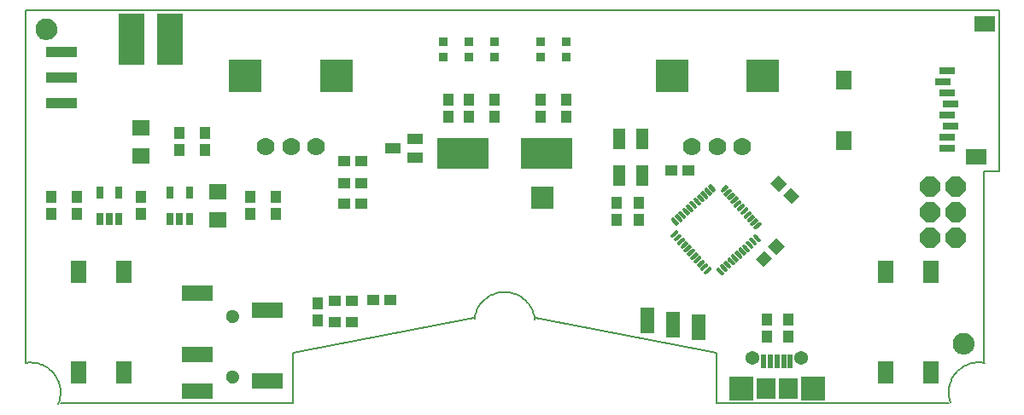
<source format=gts>
G75*
%MOIN*%
%OFA0B0*%
%FSLAX24Y24*%
%IPPOS*%
%LPD*%
%AMOC8*
5,1,8,0,0,1.08239X$1,22.5*
%
%ADD10C,0.0080*%
%ADD11C,0.0079*%
%ADD12R,0.0900X0.0900*%
%ADD13OC8,0.0780*%
%ADD14R,0.0434X0.0473*%
%ADD15R,0.0355X0.0355*%
%ADD16R,0.0257X0.0512*%
%ADD17R,0.0473X0.0434*%
%ADD18C,0.0134*%
%ADD19R,0.0473X0.0788*%
%ADD20R,0.0670X0.0591*%
%ADD21R,0.0591X0.0867*%
%ADD22C,0.0700*%
%ADD23R,0.1300X0.1300*%
%ADD24R,0.2009X0.1221*%
%ADD25R,0.0540X0.1040*%
%ADD26R,0.0788X0.0591*%
%ADD27R,0.0591X0.0749*%
%ADD28R,0.0631X0.0316*%
%ADD29R,0.0591X0.0434*%
%ADD30R,0.1221X0.0434*%
%ADD31R,0.0197X0.0571*%
%ADD32R,0.0749X0.0788*%
%ADD33C,0.0542*%
%ADD34R,0.0926X0.0926*%
%ADD35R,0.1040X0.2040*%
%ADD36R,0.1221X0.0631*%
%ADD37C,0.0000*%
%ADD38C,0.0512*%
%ADD39C,0.0050*%
D10*
X001687Y016424D02*
X039679Y016424D01*
D11*
X002967Y001023D02*
X002990Y001086D01*
X003010Y001151D01*
X003026Y001217D01*
X003039Y001283D01*
X003047Y001350D01*
X003052Y001417D01*
X003053Y001485D01*
X003050Y001552D01*
X003043Y001620D01*
X003032Y001686D01*
X003018Y001752D01*
X003000Y001818D01*
X002978Y001881D01*
X002952Y001944D01*
X002923Y002005D01*
X002891Y002064D01*
X002855Y002122D01*
X002816Y002177D01*
X002774Y002230D01*
X002728Y002280D01*
X002681Y002328D01*
X002630Y002373D01*
X002577Y002414D01*
X002522Y002453D01*
X002464Y002489D01*
X002405Y002521D01*
X002344Y002550D01*
X002281Y002575D01*
X002217Y002597D01*
X002152Y002615D01*
X002086Y002629D01*
X002019Y002640D01*
X001952Y002646D01*
X001884Y002649D01*
X001817Y002648D01*
X001749Y002643D01*
X001682Y002634D01*
X001687Y002645D02*
X001687Y016424D01*
X012120Y003038D02*
X019203Y004382D01*
X019211Y004376D02*
X019221Y004443D01*
X019236Y004509D01*
X019254Y004575D01*
X019276Y004639D01*
X019302Y004701D01*
X019331Y004763D01*
X019363Y004822D01*
X019399Y004879D01*
X019438Y004935D01*
X019481Y004988D01*
X019526Y005038D01*
X019574Y005086D01*
X019624Y005131D01*
X019678Y005173D01*
X019733Y005212D01*
X019791Y005247D01*
X019850Y005280D01*
X019911Y005309D01*
X019974Y005334D01*
X020038Y005355D01*
X020104Y005373D01*
X020170Y005387D01*
X020237Y005398D01*
X020304Y005404D01*
X020372Y005407D01*
X020440Y005406D01*
X020507Y005401D01*
X020574Y005392D01*
X020641Y005379D01*
X020707Y005362D01*
X020771Y005342D01*
X020835Y005318D01*
X020896Y005290D01*
X020957Y005259D01*
X021015Y005225D01*
X021071Y005187D01*
X021125Y005146D01*
X021177Y005102D01*
X021226Y005055D01*
X021272Y005006D01*
X021315Y004954D01*
X021355Y004899D01*
X021392Y004843D01*
X021426Y004784D01*
X021456Y004723D01*
X021483Y004661D01*
X021507Y004597D01*
X021526Y004533D01*
X021542Y004467D01*
X021554Y004400D01*
X021562Y004333D01*
X021603Y004382D02*
X028656Y003038D01*
X028656Y001070D01*
X037711Y001070D01*
X037784Y001088D02*
X037763Y001152D01*
X037747Y001216D01*
X037734Y001282D01*
X037724Y001348D01*
X037719Y001414D01*
X037717Y001481D01*
X037719Y001547D01*
X037725Y001614D01*
X037734Y001680D01*
X037747Y001745D01*
X037764Y001809D01*
X037785Y001873D01*
X037809Y001935D01*
X037837Y001996D01*
X037867Y002055D01*
X037902Y002112D01*
X037939Y002167D01*
X037980Y002220D01*
X038023Y002270D01*
X038069Y002318D01*
X038118Y002364D01*
X038169Y002406D01*
X038223Y002446D01*
X038279Y002482D01*
X038337Y002515D01*
X038396Y002545D01*
X038457Y002571D01*
X038520Y002594D01*
X038584Y002614D01*
X038649Y002629D01*
X038714Y002641D01*
X038780Y002650D01*
X038847Y002654D01*
X038913Y002655D01*
X038980Y002652D01*
X039046Y002645D01*
X039112Y002634D01*
X039089Y002645D02*
X039089Y010125D01*
X039679Y010125D01*
X039679Y016424D01*
X012120Y003038D02*
X012120Y001070D01*
X003065Y001070D01*
D12*
X021853Y009082D03*
D13*
X037006Y009542D03*
X038006Y009542D03*
X038006Y008542D03*
X037006Y008542D03*
X037006Y007542D03*
X038006Y007542D03*
D14*
X031441Y004336D03*
X031441Y003667D03*
X030619Y003667D03*
X030619Y004336D03*
X025612Y008235D03*
X025612Y008905D03*
X024762Y008905D03*
X024762Y008235D03*
X022790Y012251D03*
X021790Y012251D03*
X021790Y012920D03*
X022790Y012920D03*
X019990Y012920D03*
X018990Y012920D03*
X018190Y012920D03*
X018190Y012251D03*
X018990Y012251D03*
X019990Y012251D03*
X011453Y009117D03*
X010453Y009117D03*
X010453Y008448D03*
X011453Y008448D03*
X008703Y010948D03*
X007703Y010948D03*
X007703Y011617D03*
X008703Y011617D03*
X006203Y009117D03*
X006203Y008448D03*
X003703Y008448D03*
X002703Y008448D03*
X002703Y009117D03*
X003703Y009117D03*
X013078Y004967D03*
X013078Y004298D03*
D15*
X017990Y014590D03*
X018990Y014590D03*
X019990Y014590D03*
X019990Y015181D03*
X018990Y015181D03*
X017990Y015181D03*
X021790Y015181D03*
X022790Y015181D03*
X022790Y014590D03*
X021790Y014590D03*
D16*
X008077Y009294D03*
X007329Y009294D03*
X007329Y008271D03*
X007703Y008271D03*
X008077Y008271D03*
X005327Y008271D03*
X004953Y008271D03*
X004579Y008271D03*
X004579Y009294D03*
X005327Y009294D03*
D17*
X014118Y009657D03*
X014787Y009657D03*
X014787Y008863D03*
X014118Y008863D03*
X014118Y010521D03*
X014787Y010521D03*
X015268Y005082D03*
X015937Y005082D03*
X014437Y005057D03*
X013768Y005057D03*
X013768Y004232D03*
X014437Y004232D03*
X026881Y010147D03*
X027550Y010147D03*
G36*
X031075Y009967D02*
X031408Y009634D01*
X031101Y009327D01*
X030768Y009660D01*
X031075Y009967D01*
G37*
G36*
X031548Y009494D02*
X031881Y009161D01*
X031574Y008854D01*
X031241Y009187D01*
X031548Y009494D01*
G37*
G36*
X030673Y007181D02*
X031006Y007514D01*
X031313Y007207D01*
X030980Y006874D01*
X030673Y007181D01*
G37*
G36*
X030199Y006708D02*
X030532Y007041D01*
X030839Y006734D01*
X030506Y006401D01*
X030199Y006708D01*
G37*
D18*
X029881Y007044D02*
X029735Y007206D01*
X029881Y007044D02*
X029863Y007028D01*
X029717Y007190D01*
X029735Y007206D01*
X029743Y007161D02*
X029776Y007161D01*
X029881Y007338D02*
X030027Y007176D01*
X030009Y007160D01*
X029863Y007322D01*
X029881Y007338D01*
X029889Y007293D02*
X029922Y007293D01*
X030022Y007464D02*
X030168Y007302D01*
X030150Y007286D01*
X030004Y007448D01*
X030022Y007464D01*
X030030Y007419D02*
X030063Y007419D01*
X030168Y007596D02*
X030314Y007434D01*
X030296Y007418D01*
X030150Y007580D01*
X030168Y007596D01*
X030176Y007551D02*
X030209Y007551D01*
X030184Y007914D02*
X030346Y008060D01*
X030184Y007914D02*
X030168Y007932D01*
X030330Y008078D01*
X030346Y008060D01*
X030332Y008047D02*
X030296Y008047D01*
X030215Y008206D02*
X030053Y008060D01*
X030037Y008078D01*
X030199Y008224D01*
X030215Y008206D01*
X030201Y008193D02*
X030165Y008193D01*
X030089Y008346D02*
X029927Y008200D01*
X029911Y008218D01*
X030073Y008364D01*
X030089Y008346D01*
X030075Y008333D02*
X030039Y008333D01*
X029957Y008492D02*
X029795Y008346D01*
X029779Y008364D01*
X029941Y008510D01*
X029957Y008492D01*
X029943Y008479D02*
X029907Y008479D01*
X029831Y008632D02*
X029669Y008486D01*
X029653Y008504D01*
X029815Y008650D01*
X029831Y008632D01*
X029817Y008619D02*
X029781Y008619D01*
X029699Y008779D02*
X029537Y008633D01*
X029521Y008651D01*
X029683Y008797D01*
X029699Y008779D01*
X029685Y008766D02*
X029649Y008766D01*
X029551Y008943D02*
X029389Y008797D01*
X029551Y008943D02*
X029567Y008925D01*
X029405Y008779D01*
X029389Y008797D01*
X029517Y008912D02*
X029553Y008912D01*
X029425Y009083D02*
X029263Y008937D01*
X029425Y009083D02*
X029441Y009065D01*
X029279Y008919D01*
X029263Y008937D01*
X029391Y009052D02*
X029427Y009052D01*
X029293Y009229D02*
X029131Y009083D01*
X029293Y009229D02*
X029309Y009211D01*
X029147Y009065D01*
X029131Y009083D01*
X029259Y009198D02*
X029295Y009198D01*
X029167Y009369D02*
X029005Y009223D01*
X029167Y009369D02*
X029183Y009351D01*
X029021Y009205D01*
X029005Y009223D01*
X029133Y009338D02*
X029169Y009338D01*
X029036Y009516D02*
X028874Y009370D01*
X029036Y009516D02*
X029052Y009498D01*
X028890Y009352D01*
X028874Y009370D01*
X029002Y009485D02*
X029038Y009485D01*
X028556Y009386D02*
X028410Y009548D01*
X028556Y009386D02*
X028538Y009370D01*
X028392Y009532D01*
X028410Y009548D01*
X028418Y009503D02*
X028451Y009503D01*
X028264Y009417D02*
X028410Y009255D01*
X028392Y009239D01*
X028246Y009401D01*
X028264Y009417D01*
X028272Y009372D02*
X028305Y009372D01*
X028124Y009290D02*
X028270Y009128D01*
X028252Y009112D01*
X028106Y009274D01*
X028124Y009290D01*
X028132Y009245D02*
X028165Y009245D01*
X027977Y009159D02*
X028123Y008997D01*
X028105Y008981D01*
X027959Y009143D01*
X027977Y009159D01*
X027985Y009114D02*
X028018Y009114D01*
X027837Y009033D02*
X027983Y008871D01*
X027965Y008855D01*
X027819Y009017D01*
X027837Y009033D01*
X027845Y008988D02*
X027878Y008988D01*
X027691Y008901D02*
X027837Y008739D01*
X027819Y008723D01*
X027673Y008885D01*
X027691Y008901D01*
X027699Y008856D02*
X027732Y008856D01*
X027527Y008753D02*
X027673Y008591D01*
X027527Y008753D02*
X027545Y008769D01*
X027691Y008607D01*
X027673Y008591D01*
X027586Y008724D02*
X027553Y008724D01*
X027387Y008627D02*
X027533Y008465D01*
X027387Y008627D02*
X027405Y008643D01*
X027551Y008481D01*
X027533Y008465D01*
X027446Y008598D02*
X027413Y008598D01*
X027240Y008495D02*
X027386Y008333D01*
X027240Y008495D02*
X027258Y008511D01*
X027404Y008349D01*
X027386Y008333D01*
X027299Y008466D02*
X027266Y008466D01*
X027100Y008369D02*
X027246Y008207D01*
X027100Y008369D02*
X027118Y008385D01*
X027264Y008223D01*
X027246Y008207D01*
X027159Y008340D02*
X027126Y008340D01*
X026954Y008237D02*
X027100Y008075D01*
X026954Y008237D02*
X026972Y008253D01*
X027118Y008091D01*
X027100Y008075D01*
X027013Y008208D02*
X026980Y008208D01*
X027083Y007758D02*
X026921Y007612D01*
X027083Y007758D02*
X027099Y007740D01*
X026937Y007594D01*
X026921Y007612D01*
X027049Y007727D02*
X027085Y007727D01*
X027215Y007611D02*
X027053Y007465D01*
X027215Y007611D02*
X027231Y007593D01*
X027069Y007447D01*
X027053Y007465D01*
X027181Y007580D02*
X027217Y007580D01*
X027341Y007471D02*
X027179Y007325D01*
X027341Y007471D02*
X027357Y007453D01*
X027195Y007307D01*
X027179Y007325D01*
X027307Y007440D02*
X027343Y007440D01*
X027473Y007325D02*
X027311Y007179D01*
X027473Y007325D02*
X027489Y007307D01*
X027327Y007161D01*
X027311Y007179D01*
X027439Y007294D02*
X027475Y007294D01*
X027599Y007185D02*
X027437Y007039D01*
X027599Y007185D02*
X027615Y007167D01*
X027453Y007021D01*
X027437Y007039D01*
X027565Y007154D02*
X027601Y007154D01*
X027731Y007039D02*
X027569Y006893D01*
X027731Y007039D02*
X027747Y007021D01*
X027585Y006875D01*
X027569Y006893D01*
X027697Y007008D02*
X027733Y007008D01*
X027878Y006874D02*
X027716Y006728D01*
X027700Y006746D01*
X027862Y006892D01*
X027878Y006874D01*
X027864Y006861D02*
X027828Y006861D01*
X028005Y006734D02*
X027843Y006588D01*
X027827Y006606D01*
X027989Y006752D01*
X028005Y006734D01*
X027991Y006721D02*
X027955Y006721D01*
X028136Y006588D02*
X027974Y006442D01*
X027958Y006460D01*
X028120Y006606D01*
X028136Y006588D01*
X028122Y006575D02*
X028086Y006575D01*
X028262Y006448D02*
X028100Y006302D01*
X028084Y006320D01*
X028246Y006466D01*
X028262Y006448D01*
X028248Y006435D02*
X028212Y006435D01*
X028394Y006302D02*
X028232Y006156D01*
X028216Y006174D01*
X028378Y006320D01*
X028394Y006302D01*
X028380Y006289D02*
X028344Y006289D01*
X028712Y006285D02*
X028858Y006123D01*
X028712Y006285D02*
X028730Y006301D01*
X028876Y006139D01*
X028858Y006123D01*
X028771Y006256D02*
X028738Y006256D01*
X028858Y006417D02*
X029004Y006255D01*
X028858Y006417D02*
X028876Y006433D01*
X029022Y006271D01*
X029004Y006255D01*
X028917Y006388D02*
X028884Y006388D01*
X028998Y006543D02*
X029144Y006381D01*
X028998Y006543D02*
X029016Y006559D01*
X029162Y006397D01*
X029144Y006381D01*
X029057Y006514D02*
X029024Y006514D01*
X029144Y006675D02*
X029290Y006513D01*
X029144Y006675D02*
X029162Y006691D01*
X029308Y006529D01*
X029290Y006513D01*
X029203Y006646D02*
X029170Y006646D01*
X029285Y006801D02*
X029431Y006639D01*
X029285Y006801D02*
X029303Y006817D01*
X029449Y006655D01*
X029431Y006639D01*
X029344Y006772D02*
X029311Y006772D01*
X029431Y006932D02*
X029577Y006770D01*
X029431Y006932D02*
X029449Y006948D01*
X029595Y006786D01*
X029577Y006770D01*
X029490Y006903D02*
X029457Y006903D01*
X029595Y007080D02*
X029741Y006918D01*
X029723Y006902D01*
X029577Y007064D01*
X029595Y007080D01*
X029603Y007035D02*
X029636Y007035D01*
D19*
X025746Y009948D03*
X024841Y009948D03*
X024841Y011405D03*
X025746Y011405D03*
D20*
X009203Y009334D03*
X009203Y008231D03*
X006203Y010731D03*
X006203Y011834D03*
D21*
X005526Y006188D03*
X003754Y006188D03*
X003754Y002251D03*
X005526Y002251D03*
X035250Y002251D03*
X037022Y002251D03*
X037022Y006188D03*
X035250Y006188D03*
D22*
X029671Y011109D03*
X028687Y011109D03*
X027703Y011109D03*
X013026Y011109D03*
X012041Y011109D03*
X011057Y011109D03*
D23*
X010270Y013865D03*
X013813Y013865D03*
X026915Y013865D03*
X030459Y013865D03*
D24*
X022035Y010823D03*
X018741Y010823D03*
D25*
X025953Y004307D03*
X026953Y004132D03*
X027953Y004032D03*
D26*
X038783Y010690D03*
X039138Y015887D03*
D27*
X033626Y013682D03*
X033626Y011320D03*
D28*
X037484Y013643D03*
X037642Y014076D03*
X037642Y013210D03*
X037799Y012777D03*
X037642Y012344D03*
X037799Y011910D03*
X037642Y011477D03*
X037642Y011044D03*
D29*
X016886Y011406D03*
X016020Y011032D03*
X016886Y010658D03*
D30*
X003078Y012782D03*
X003078Y013782D03*
X003078Y014782D03*
D31*
X030506Y002695D03*
X030762Y002695D03*
X031018Y002695D03*
X031274Y002695D03*
X031530Y002695D03*
D32*
X031451Y001642D03*
X030585Y001642D03*
D33*
X030063Y002823D03*
X031972Y002823D03*
D34*
X032425Y001642D03*
X029610Y001642D03*
D35*
X007328Y015282D03*
X005828Y015282D03*
D36*
X008380Y005361D03*
X011136Y004692D03*
X008380Y002960D03*
X008380Y001542D03*
X011136Y001936D03*
D37*
X009522Y002094D02*
X009524Y002124D01*
X009530Y002154D01*
X009539Y002183D01*
X009552Y002210D01*
X009569Y002235D01*
X009588Y002258D01*
X009611Y002279D01*
X009636Y002296D01*
X009662Y002310D01*
X009691Y002320D01*
X009720Y002327D01*
X009750Y002330D01*
X009781Y002329D01*
X009811Y002324D01*
X009840Y002315D01*
X009867Y002303D01*
X009893Y002288D01*
X009917Y002269D01*
X009938Y002247D01*
X009956Y002223D01*
X009971Y002196D01*
X009982Y002168D01*
X009990Y002139D01*
X009994Y002109D01*
X009994Y002079D01*
X009990Y002049D01*
X009982Y002020D01*
X009971Y001992D01*
X009956Y001965D01*
X009938Y001941D01*
X009917Y001919D01*
X009893Y001900D01*
X009867Y001885D01*
X009840Y001873D01*
X009811Y001864D01*
X009781Y001859D01*
X009750Y001858D01*
X009720Y001861D01*
X009691Y001868D01*
X009662Y001878D01*
X009636Y001892D01*
X009611Y001909D01*
X009588Y001930D01*
X009569Y001953D01*
X009552Y001978D01*
X009539Y002005D01*
X009530Y002034D01*
X009524Y002064D01*
X009522Y002094D01*
X009522Y004456D02*
X009524Y004486D01*
X009530Y004516D01*
X009539Y004545D01*
X009552Y004572D01*
X009569Y004597D01*
X009588Y004620D01*
X009611Y004641D01*
X009636Y004658D01*
X009662Y004672D01*
X009691Y004682D01*
X009720Y004689D01*
X009750Y004692D01*
X009781Y004691D01*
X009811Y004686D01*
X009840Y004677D01*
X009867Y004665D01*
X009893Y004650D01*
X009917Y004631D01*
X009938Y004609D01*
X009956Y004585D01*
X009971Y004558D01*
X009982Y004530D01*
X009990Y004501D01*
X009994Y004471D01*
X009994Y004441D01*
X009990Y004411D01*
X009982Y004382D01*
X009971Y004354D01*
X009956Y004327D01*
X009938Y004303D01*
X009917Y004281D01*
X009893Y004262D01*
X009867Y004247D01*
X009840Y004235D01*
X009811Y004226D01*
X009781Y004221D01*
X009750Y004220D01*
X009720Y004223D01*
X009691Y004230D01*
X009662Y004240D01*
X009636Y004254D01*
X009611Y004271D01*
X009588Y004292D01*
X009569Y004315D01*
X009552Y004340D01*
X009539Y004367D01*
X009530Y004396D01*
X009524Y004426D01*
X009522Y004456D01*
D38*
X009758Y004456D03*
X009758Y002094D03*
D39*
X002700Y015342D02*
X002756Y015381D01*
X002804Y015429D01*
X002844Y015486D01*
X002873Y015548D01*
X002890Y015614D01*
X002896Y015682D01*
X002890Y015751D01*
X002873Y015817D01*
X002844Y015879D01*
X002804Y015936D01*
X002756Y015984D01*
X002700Y016023D01*
X002637Y016052D01*
X002571Y016070D01*
X002503Y016076D01*
X002434Y016070D01*
X002368Y016052D01*
X002306Y016023D01*
X002250Y015984D01*
X002201Y015936D01*
X002162Y015879D01*
X002133Y015817D01*
X002115Y015751D01*
X002109Y015682D01*
X002115Y015614D01*
X002133Y015548D01*
X002162Y015486D01*
X002201Y015429D01*
X002250Y015381D01*
X002306Y015342D01*
X002368Y015313D01*
X002434Y015295D01*
X002503Y015289D01*
X002571Y015295D01*
X002637Y015313D01*
X002700Y015342D01*
X002735Y015366D02*
X002271Y015366D01*
X002216Y015415D02*
X002789Y015415D01*
X002828Y015463D02*
X002178Y015463D01*
X002150Y015512D02*
X002856Y015512D01*
X002876Y015560D02*
X002130Y015560D01*
X002117Y015609D02*
X002889Y015609D01*
X002894Y015657D02*
X002111Y015657D01*
X002111Y015706D02*
X002894Y015706D01*
X002890Y015754D02*
X002116Y015754D01*
X002129Y015803D02*
X002877Y015803D01*
X002857Y015851D02*
X002149Y015851D01*
X002176Y015900D02*
X002830Y015900D01*
X002792Y015948D02*
X002214Y015948D01*
X002268Y015997D02*
X002738Y015997D01*
X002653Y016045D02*
X002352Y016045D01*
X002357Y015318D02*
X002648Y015318D01*
X037933Y003517D02*
X037915Y003451D01*
X037909Y003382D01*
X037915Y003314D01*
X037933Y003248D01*
X037962Y003186D01*
X038001Y003129D01*
X038050Y003081D01*
X038106Y003042D01*
X038168Y003013D01*
X038234Y002995D01*
X038303Y002989D01*
X038371Y002995D01*
X038437Y003013D01*
X038500Y003042D01*
X038556Y003081D01*
X038604Y003129D01*
X038644Y003186D01*
X038673Y003248D01*
X038690Y003314D01*
X038696Y003382D01*
X038690Y003451D01*
X038673Y003517D01*
X038644Y003579D01*
X038604Y003636D01*
X038556Y003684D01*
X038500Y003723D01*
X038437Y003752D01*
X038371Y003770D01*
X038303Y003776D01*
X038234Y003770D01*
X038168Y003752D01*
X038106Y003723D01*
X038050Y003684D01*
X038001Y003636D01*
X037962Y003579D01*
X037933Y003517D01*
X037940Y003532D02*
X038666Y003532D01*
X038682Y003483D02*
X037924Y003483D01*
X037914Y003435D02*
X038692Y003435D01*
X038696Y003386D02*
X037909Y003386D01*
X037913Y003338D02*
X038693Y003338D01*
X038684Y003289D02*
X037922Y003289D01*
X037936Y003241D02*
X038670Y003241D01*
X038647Y003192D02*
X037959Y003192D01*
X037991Y003144D02*
X038615Y003144D01*
X038570Y003095D02*
X038035Y003095D01*
X038098Y003047D02*
X038507Y003047D01*
X038385Y002998D02*
X038220Y002998D01*
X037963Y003580D02*
X038643Y003580D01*
X038609Y003629D02*
X037997Y003629D01*
X038043Y003677D02*
X038562Y003677D01*
X038494Y003726D02*
X038111Y003726D01*
X038284Y003774D02*
X038322Y003774D01*
M02*

</source>
